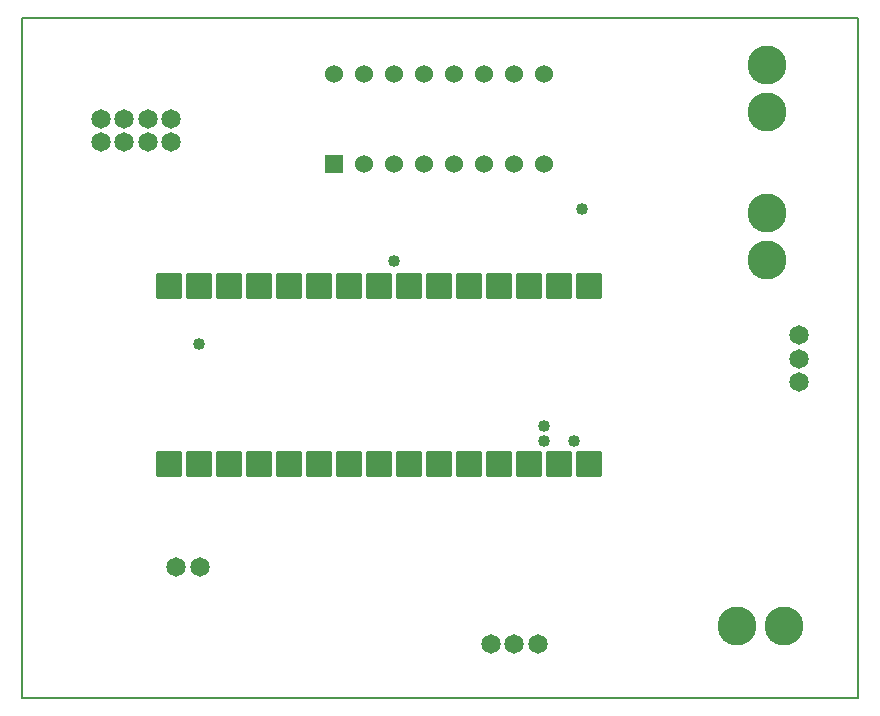
<source format=gbr>
G04 PROTEUS GERBER X2 FILE*
%TF.GenerationSoftware,Labcenter,Proteus,8.9-SP2-Build28501*%
%TF.CreationDate,2020-07-14T17:10:42+00:00*%
%TF.FileFunction,Soldermask,Top*%
%TF.FilePolarity,Negative*%
%TF.Part,Single*%
%TF.SameCoordinates,{7d90a529-71f2-4dae-951e-d5efde4002f7}*%
%FSLAX45Y45*%
%MOMM*%
G01*
%TA.AperFunction,Material*%
%ADD21C,1.016000*%
%AMPPAD014*
4,1,36,
-1.079500,-0.952500,
-1.079500,0.952500,
-1.076970,0.978470,
-1.069700,1.002480,
-1.058150,1.024080,
-1.042790,1.042790,
-1.024070,1.058150,
-1.002480,1.069700,
-0.978470,1.076970,
-0.952500,1.079500,
0.952500,1.079500,
0.978470,1.076970,
1.002480,1.069700,
1.024070,1.058150,
1.042790,1.042790,
1.058150,1.024080,
1.069700,1.002480,
1.076970,0.978470,
1.079500,0.952500,
1.079500,-0.952500,
1.076970,-0.978470,
1.069700,-1.002480,
1.058150,-1.024080,
1.042790,-1.042790,
1.024070,-1.058150,
1.002480,-1.069700,
0.978470,-1.076970,
0.952500,-1.079500,
-0.952500,-1.079500,
-0.978470,-1.076970,
-1.002480,-1.069700,
-1.024070,-1.058150,
-1.042790,-1.042790,
-1.058150,-1.024080,
-1.069700,-1.002480,
-1.076970,-0.978470,
-1.079500,-0.952500,
0*%
%TA.AperFunction,Material*%
%ADD22PPAD014*%
%AMPPAD015*
4,1,36,
-0.635000,0.762000,
0.635000,0.762000,
0.660970,0.759470,
0.684980,0.752200,
0.706580,0.740650,
0.725290,0.725290,
0.740650,0.706570,
0.752200,0.684980,
0.759470,0.660970,
0.762000,0.635000,
0.762000,-0.635000,
0.759470,-0.660970,
0.752200,-0.684980,
0.740650,-0.706570,
0.725290,-0.725290,
0.706580,-0.740650,
0.684980,-0.752200,
0.660970,-0.759470,
0.635000,-0.762000,
-0.635000,-0.762000,
-0.660970,-0.759470,
-0.684980,-0.752200,
-0.706580,-0.740650,
-0.725290,-0.725290,
-0.740650,-0.706570,
-0.752200,-0.684980,
-0.759470,-0.660970,
-0.762000,-0.635000,
-0.762000,0.635000,
-0.759470,0.660970,
-0.752200,0.684980,
-0.740650,0.706570,
-0.725290,0.725290,
-0.706580,0.740650,
-0.684980,0.752200,
-0.660970,0.759470,
-0.635000,0.762000,
0*%
%TA.AperFunction,Material*%
%ADD23PPAD015*%
%ADD24C,1.524000*%
%TA.AperFunction,Material*%
%ADD25C,1.651000*%
%TA.AperFunction,Material*%
%ADD26C,3.302000*%
%TA.AperFunction,Profile*%
%ADD18C,0.203200*%
%TD.AperFunction*%
D21*
X-3556000Y+1143000D03*
X-381000Y+317500D03*
X-635000Y+317500D03*
X-635000Y+444500D03*
X-1905000Y+1841500D03*
X-317500Y+2286000D03*
D22*
X-3556000Y+127000D03*
X-1016000Y+127000D03*
X-3048000Y+127000D03*
X-2794000Y+127000D03*
X-2540000Y+127000D03*
X-2286000Y+127000D03*
X-2032000Y+127000D03*
X-1778000Y+127000D03*
X-1524000Y+127000D03*
X-1270000Y+127000D03*
X-3302000Y+127000D03*
X-1270000Y+1631200D03*
X-1524000Y+1631200D03*
X-1778000Y+1631200D03*
X-2032000Y+1631200D03*
X-2286000Y+1631200D03*
X-2540000Y+1631200D03*
X-2794000Y+1631200D03*
X-3048000Y+1631200D03*
X-3302000Y+1631200D03*
X-3556000Y+1631200D03*
X-3810000Y+1631200D03*
X-3810000Y+127000D03*
X-508000Y+127000D03*
X-1016000Y+1631200D03*
X-762000Y+127000D03*
X-762000Y+1631200D03*
X-508000Y+1631200D03*
X-254000Y+1631200D03*
X-254000Y+127000D03*
D23*
X-2413000Y+2667000D03*
D24*
X-2159000Y+2667000D03*
X-1905000Y+2667000D03*
X-1651000Y+2667000D03*
X-1397000Y+2667000D03*
X-1143000Y+2667000D03*
X-889000Y+2667000D03*
X-635000Y+2667000D03*
X-635000Y+3429000D03*
X-889000Y+3429000D03*
X-1143000Y+3429000D03*
X-1397000Y+3429000D03*
X-1651000Y+3429000D03*
X-1905000Y+3429000D03*
X-2159000Y+3429000D03*
X-2413000Y+3429000D03*
D25*
X-3791000Y+3048000D03*
X-3791000Y+2848000D03*
X-3991000Y+3048000D03*
X-3991000Y+2848000D03*
X-4191000Y+3048000D03*
X-4191000Y+2848000D03*
X-4391000Y+3048000D03*
X-4391000Y+2848000D03*
X-1089000Y-1397000D03*
X-889000Y-1397000D03*
X-689000Y-1397000D03*
X+1524000Y+1216000D03*
X+1524000Y+1016000D03*
X+1524000Y+816000D03*
X-3750000Y-750000D03*
X-3550000Y-750000D03*
D26*
X+1000000Y-1250000D03*
X+1396240Y-1250000D03*
X+1250000Y+3500000D03*
X+1250000Y+3103760D03*
X+1250000Y+2250000D03*
X+1250000Y+1853760D03*
D18*
X-5054600Y-1854200D02*
X+2019300Y-1854200D01*
X+2019300Y+3898900D01*
X-5054600Y+3898900D01*
X-5054600Y-1854200D01*
M02*

</source>
